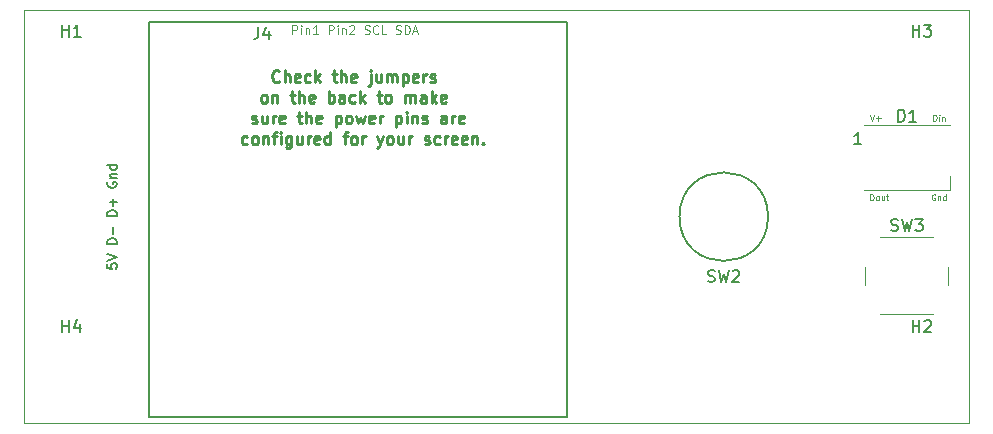
<source format=gbr>
G04 #@! TF.GenerationSoftware,KiCad,Pcbnew,(5.1.9)-1*
G04 #@! TF.CreationDate,2021-03-07T21:45:31-03:00*
G04 #@! TF.ProjectId,V0_Display,56305f44-6973-4706-9c61-792e6b696361,rev?*
G04 #@! TF.SameCoordinates,Original*
G04 #@! TF.FileFunction,Legend,Top*
G04 #@! TF.FilePolarity,Positive*
%FSLAX46Y46*%
G04 Gerber Fmt 4.6, Leading zero omitted, Abs format (unit mm)*
G04 Created by KiCad (PCBNEW (5.1.9)-1) date 2021-03-07 21:45:31*
%MOMM*%
%LPD*%
G01*
G04 APERTURE LIST*
%ADD10C,0.250000*%
%ADD11C,0.075000*%
%ADD12C,0.150000*%
%ADD13C,0.100000*%
G04 #@! TA.AperFunction,Profile*
%ADD14C,0.050000*%
G04 #@! TD*
%ADD15C,0.120000*%
G04 APERTURE END LIST*
D10*
X106803333Y-55662142D02*
X106755714Y-55709761D01*
X106612857Y-55757380D01*
X106517619Y-55757380D01*
X106374761Y-55709761D01*
X106279523Y-55614523D01*
X106231904Y-55519285D01*
X106184285Y-55328809D01*
X106184285Y-55185952D01*
X106231904Y-54995476D01*
X106279523Y-54900238D01*
X106374761Y-54805000D01*
X106517619Y-54757380D01*
X106612857Y-54757380D01*
X106755714Y-54805000D01*
X106803333Y-54852619D01*
X107231904Y-55757380D02*
X107231904Y-54757380D01*
X107660476Y-55757380D02*
X107660476Y-55233571D01*
X107612857Y-55138333D01*
X107517619Y-55090714D01*
X107374761Y-55090714D01*
X107279523Y-55138333D01*
X107231904Y-55185952D01*
X108517619Y-55709761D02*
X108422380Y-55757380D01*
X108231904Y-55757380D01*
X108136666Y-55709761D01*
X108089047Y-55614523D01*
X108089047Y-55233571D01*
X108136666Y-55138333D01*
X108231904Y-55090714D01*
X108422380Y-55090714D01*
X108517619Y-55138333D01*
X108565238Y-55233571D01*
X108565238Y-55328809D01*
X108089047Y-55424047D01*
X109422380Y-55709761D02*
X109327142Y-55757380D01*
X109136666Y-55757380D01*
X109041428Y-55709761D01*
X108993809Y-55662142D01*
X108946190Y-55566904D01*
X108946190Y-55281190D01*
X108993809Y-55185952D01*
X109041428Y-55138333D01*
X109136666Y-55090714D01*
X109327142Y-55090714D01*
X109422380Y-55138333D01*
X109850952Y-55757380D02*
X109850952Y-54757380D01*
X109946190Y-55376428D02*
X110231904Y-55757380D01*
X110231904Y-55090714D02*
X109850952Y-55471666D01*
X111279523Y-55090714D02*
X111660476Y-55090714D01*
X111422380Y-54757380D02*
X111422380Y-55614523D01*
X111470000Y-55709761D01*
X111565238Y-55757380D01*
X111660476Y-55757380D01*
X111993809Y-55757380D02*
X111993809Y-54757380D01*
X112422380Y-55757380D02*
X112422380Y-55233571D01*
X112374761Y-55138333D01*
X112279523Y-55090714D01*
X112136666Y-55090714D01*
X112041428Y-55138333D01*
X111993809Y-55185952D01*
X113279523Y-55709761D02*
X113184285Y-55757380D01*
X112993809Y-55757380D01*
X112898571Y-55709761D01*
X112850952Y-55614523D01*
X112850952Y-55233571D01*
X112898571Y-55138333D01*
X112993809Y-55090714D01*
X113184285Y-55090714D01*
X113279523Y-55138333D01*
X113327142Y-55233571D01*
X113327142Y-55328809D01*
X112850952Y-55424047D01*
X114517619Y-55090714D02*
X114517619Y-55947857D01*
X114470000Y-56043095D01*
X114374761Y-56090714D01*
X114327142Y-56090714D01*
X114517619Y-54757380D02*
X114470000Y-54805000D01*
X114517619Y-54852619D01*
X114565238Y-54805000D01*
X114517619Y-54757380D01*
X114517619Y-54852619D01*
X115422380Y-55090714D02*
X115422380Y-55757380D01*
X114993809Y-55090714D02*
X114993809Y-55614523D01*
X115041428Y-55709761D01*
X115136666Y-55757380D01*
X115279523Y-55757380D01*
X115374761Y-55709761D01*
X115422380Y-55662142D01*
X115898571Y-55757380D02*
X115898571Y-55090714D01*
X115898571Y-55185952D02*
X115946190Y-55138333D01*
X116041428Y-55090714D01*
X116184285Y-55090714D01*
X116279523Y-55138333D01*
X116327142Y-55233571D01*
X116327142Y-55757380D01*
X116327142Y-55233571D02*
X116374761Y-55138333D01*
X116470000Y-55090714D01*
X116612857Y-55090714D01*
X116708095Y-55138333D01*
X116755714Y-55233571D01*
X116755714Y-55757380D01*
X117231904Y-55090714D02*
X117231904Y-56090714D01*
X117231904Y-55138333D02*
X117327142Y-55090714D01*
X117517619Y-55090714D01*
X117612857Y-55138333D01*
X117660476Y-55185952D01*
X117708095Y-55281190D01*
X117708095Y-55566904D01*
X117660476Y-55662142D01*
X117612857Y-55709761D01*
X117517619Y-55757380D01*
X117327142Y-55757380D01*
X117231904Y-55709761D01*
X118517619Y-55709761D02*
X118422380Y-55757380D01*
X118231904Y-55757380D01*
X118136666Y-55709761D01*
X118089047Y-55614523D01*
X118089047Y-55233571D01*
X118136666Y-55138333D01*
X118231904Y-55090714D01*
X118422380Y-55090714D01*
X118517619Y-55138333D01*
X118565238Y-55233571D01*
X118565238Y-55328809D01*
X118089047Y-55424047D01*
X118993809Y-55757380D02*
X118993809Y-55090714D01*
X118993809Y-55281190D02*
X119041428Y-55185952D01*
X119089047Y-55138333D01*
X119184285Y-55090714D01*
X119279523Y-55090714D01*
X119565238Y-55709761D02*
X119660476Y-55757380D01*
X119850952Y-55757380D01*
X119946190Y-55709761D01*
X119993809Y-55614523D01*
X119993809Y-55566904D01*
X119946190Y-55471666D01*
X119850952Y-55424047D01*
X119708095Y-55424047D01*
X119612857Y-55376428D01*
X119565238Y-55281190D01*
X119565238Y-55233571D01*
X119612857Y-55138333D01*
X119708095Y-55090714D01*
X119850952Y-55090714D01*
X119946190Y-55138333D01*
X105446190Y-57507380D02*
X105350952Y-57459761D01*
X105303333Y-57412142D01*
X105255714Y-57316904D01*
X105255714Y-57031190D01*
X105303333Y-56935952D01*
X105350952Y-56888333D01*
X105446190Y-56840714D01*
X105589047Y-56840714D01*
X105684285Y-56888333D01*
X105731904Y-56935952D01*
X105779523Y-57031190D01*
X105779523Y-57316904D01*
X105731904Y-57412142D01*
X105684285Y-57459761D01*
X105589047Y-57507380D01*
X105446190Y-57507380D01*
X106208095Y-56840714D02*
X106208095Y-57507380D01*
X106208095Y-56935952D02*
X106255714Y-56888333D01*
X106350952Y-56840714D01*
X106493809Y-56840714D01*
X106589047Y-56888333D01*
X106636666Y-56983571D01*
X106636666Y-57507380D01*
X107731904Y-56840714D02*
X108112857Y-56840714D01*
X107874761Y-56507380D02*
X107874761Y-57364523D01*
X107922380Y-57459761D01*
X108017619Y-57507380D01*
X108112857Y-57507380D01*
X108446190Y-57507380D02*
X108446190Y-56507380D01*
X108874761Y-57507380D02*
X108874761Y-56983571D01*
X108827142Y-56888333D01*
X108731904Y-56840714D01*
X108589047Y-56840714D01*
X108493809Y-56888333D01*
X108446190Y-56935952D01*
X109731904Y-57459761D02*
X109636666Y-57507380D01*
X109446190Y-57507380D01*
X109350952Y-57459761D01*
X109303333Y-57364523D01*
X109303333Y-56983571D01*
X109350952Y-56888333D01*
X109446190Y-56840714D01*
X109636666Y-56840714D01*
X109731904Y-56888333D01*
X109779523Y-56983571D01*
X109779523Y-57078809D01*
X109303333Y-57174047D01*
X110970000Y-57507380D02*
X110970000Y-56507380D01*
X110970000Y-56888333D02*
X111065238Y-56840714D01*
X111255714Y-56840714D01*
X111350952Y-56888333D01*
X111398571Y-56935952D01*
X111446190Y-57031190D01*
X111446190Y-57316904D01*
X111398571Y-57412142D01*
X111350952Y-57459761D01*
X111255714Y-57507380D01*
X111065238Y-57507380D01*
X110970000Y-57459761D01*
X112303333Y-57507380D02*
X112303333Y-56983571D01*
X112255714Y-56888333D01*
X112160476Y-56840714D01*
X111970000Y-56840714D01*
X111874761Y-56888333D01*
X112303333Y-57459761D02*
X112208095Y-57507380D01*
X111970000Y-57507380D01*
X111874761Y-57459761D01*
X111827142Y-57364523D01*
X111827142Y-57269285D01*
X111874761Y-57174047D01*
X111970000Y-57126428D01*
X112208095Y-57126428D01*
X112303333Y-57078809D01*
X113208095Y-57459761D02*
X113112857Y-57507380D01*
X112922380Y-57507380D01*
X112827142Y-57459761D01*
X112779523Y-57412142D01*
X112731904Y-57316904D01*
X112731904Y-57031190D01*
X112779523Y-56935952D01*
X112827142Y-56888333D01*
X112922380Y-56840714D01*
X113112857Y-56840714D01*
X113208095Y-56888333D01*
X113636666Y-57507380D02*
X113636666Y-56507380D01*
X113731904Y-57126428D02*
X114017619Y-57507380D01*
X114017619Y-56840714D02*
X113636666Y-57221666D01*
X115065238Y-56840714D02*
X115446190Y-56840714D01*
X115208095Y-56507380D02*
X115208095Y-57364523D01*
X115255714Y-57459761D01*
X115350952Y-57507380D01*
X115446190Y-57507380D01*
X115922380Y-57507380D02*
X115827142Y-57459761D01*
X115779523Y-57412142D01*
X115731904Y-57316904D01*
X115731904Y-57031190D01*
X115779523Y-56935952D01*
X115827142Y-56888333D01*
X115922380Y-56840714D01*
X116065238Y-56840714D01*
X116160476Y-56888333D01*
X116208095Y-56935952D01*
X116255714Y-57031190D01*
X116255714Y-57316904D01*
X116208095Y-57412142D01*
X116160476Y-57459761D01*
X116065238Y-57507380D01*
X115922380Y-57507380D01*
X117446190Y-57507380D02*
X117446190Y-56840714D01*
X117446190Y-56935952D02*
X117493809Y-56888333D01*
X117589047Y-56840714D01*
X117731904Y-56840714D01*
X117827142Y-56888333D01*
X117874761Y-56983571D01*
X117874761Y-57507380D01*
X117874761Y-56983571D02*
X117922380Y-56888333D01*
X118017619Y-56840714D01*
X118160476Y-56840714D01*
X118255714Y-56888333D01*
X118303333Y-56983571D01*
X118303333Y-57507380D01*
X119208095Y-57507380D02*
X119208095Y-56983571D01*
X119160476Y-56888333D01*
X119065238Y-56840714D01*
X118874761Y-56840714D01*
X118779523Y-56888333D01*
X119208095Y-57459761D02*
X119112857Y-57507380D01*
X118874761Y-57507380D01*
X118779523Y-57459761D01*
X118731904Y-57364523D01*
X118731904Y-57269285D01*
X118779523Y-57174047D01*
X118874761Y-57126428D01*
X119112857Y-57126428D01*
X119208095Y-57078809D01*
X119684285Y-57507380D02*
X119684285Y-56507380D01*
X119779523Y-57126428D02*
X120065238Y-57507380D01*
X120065238Y-56840714D02*
X119684285Y-57221666D01*
X120874761Y-57459761D02*
X120779523Y-57507380D01*
X120589047Y-57507380D01*
X120493809Y-57459761D01*
X120446190Y-57364523D01*
X120446190Y-56983571D01*
X120493809Y-56888333D01*
X120589047Y-56840714D01*
X120779523Y-56840714D01*
X120874761Y-56888333D01*
X120922380Y-56983571D01*
X120922380Y-57078809D01*
X120446190Y-57174047D01*
X104470000Y-59209761D02*
X104565238Y-59257380D01*
X104755714Y-59257380D01*
X104850952Y-59209761D01*
X104898571Y-59114523D01*
X104898571Y-59066904D01*
X104850952Y-58971666D01*
X104755714Y-58924047D01*
X104612857Y-58924047D01*
X104517619Y-58876428D01*
X104470000Y-58781190D01*
X104470000Y-58733571D01*
X104517619Y-58638333D01*
X104612857Y-58590714D01*
X104755714Y-58590714D01*
X104850952Y-58638333D01*
X105755714Y-58590714D02*
X105755714Y-59257380D01*
X105327142Y-58590714D02*
X105327142Y-59114523D01*
X105374761Y-59209761D01*
X105470000Y-59257380D01*
X105612857Y-59257380D01*
X105708095Y-59209761D01*
X105755714Y-59162142D01*
X106231904Y-59257380D02*
X106231904Y-58590714D01*
X106231904Y-58781190D02*
X106279523Y-58685952D01*
X106327142Y-58638333D01*
X106422380Y-58590714D01*
X106517619Y-58590714D01*
X107231904Y-59209761D02*
X107136666Y-59257380D01*
X106946190Y-59257380D01*
X106850952Y-59209761D01*
X106803333Y-59114523D01*
X106803333Y-58733571D01*
X106850952Y-58638333D01*
X106946190Y-58590714D01*
X107136666Y-58590714D01*
X107231904Y-58638333D01*
X107279523Y-58733571D01*
X107279523Y-58828809D01*
X106803333Y-58924047D01*
X108327142Y-58590714D02*
X108708095Y-58590714D01*
X108470000Y-58257380D02*
X108470000Y-59114523D01*
X108517619Y-59209761D01*
X108612857Y-59257380D01*
X108708095Y-59257380D01*
X109041428Y-59257380D02*
X109041428Y-58257380D01*
X109470000Y-59257380D02*
X109470000Y-58733571D01*
X109422380Y-58638333D01*
X109327142Y-58590714D01*
X109184285Y-58590714D01*
X109089047Y-58638333D01*
X109041428Y-58685952D01*
X110327142Y-59209761D02*
X110231904Y-59257380D01*
X110041428Y-59257380D01*
X109946190Y-59209761D01*
X109898571Y-59114523D01*
X109898571Y-58733571D01*
X109946190Y-58638333D01*
X110041428Y-58590714D01*
X110231904Y-58590714D01*
X110327142Y-58638333D01*
X110374761Y-58733571D01*
X110374761Y-58828809D01*
X109898571Y-58924047D01*
X111565238Y-58590714D02*
X111565238Y-59590714D01*
X111565238Y-58638333D02*
X111660476Y-58590714D01*
X111850952Y-58590714D01*
X111946190Y-58638333D01*
X111993809Y-58685952D01*
X112041428Y-58781190D01*
X112041428Y-59066904D01*
X111993809Y-59162142D01*
X111946190Y-59209761D01*
X111850952Y-59257380D01*
X111660476Y-59257380D01*
X111565238Y-59209761D01*
X112612857Y-59257380D02*
X112517619Y-59209761D01*
X112470000Y-59162142D01*
X112422380Y-59066904D01*
X112422380Y-58781190D01*
X112470000Y-58685952D01*
X112517619Y-58638333D01*
X112612857Y-58590714D01*
X112755714Y-58590714D01*
X112850952Y-58638333D01*
X112898571Y-58685952D01*
X112946190Y-58781190D01*
X112946190Y-59066904D01*
X112898571Y-59162142D01*
X112850952Y-59209761D01*
X112755714Y-59257380D01*
X112612857Y-59257380D01*
X113279523Y-58590714D02*
X113470000Y-59257380D01*
X113660476Y-58781190D01*
X113850952Y-59257380D01*
X114041428Y-58590714D01*
X114803333Y-59209761D02*
X114708095Y-59257380D01*
X114517619Y-59257380D01*
X114422380Y-59209761D01*
X114374761Y-59114523D01*
X114374761Y-58733571D01*
X114422380Y-58638333D01*
X114517619Y-58590714D01*
X114708095Y-58590714D01*
X114803333Y-58638333D01*
X114850952Y-58733571D01*
X114850952Y-58828809D01*
X114374761Y-58924047D01*
X115279523Y-59257380D02*
X115279523Y-58590714D01*
X115279523Y-58781190D02*
X115327142Y-58685952D01*
X115374761Y-58638333D01*
X115470000Y-58590714D01*
X115565238Y-58590714D01*
X116660476Y-58590714D02*
X116660476Y-59590714D01*
X116660476Y-58638333D02*
X116755714Y-58590714D01*
X116946190Y-58590714D01*
X117041428Y-58638333D01*
X117089047Y-58685952D01*
X117136666Y-58781190D01*
X117136666Y-59066904D01*
X117089047Y-59162142D01*
X117041428Y-59209761D01*
X116946190Y-59257380D01*
X116755714Y-59257380D01*
X116660476Y-59209761D01*
X117565238Y-59257380D02*
X117565238Y-58590714D01*
X117565238Y-58257380D02*
X117517619Y-58305000D01*
X117565238Y-58352619D01*
X117612857Y-58305000D01*
X117565238Y-58257380D01*
X117565238Y-58352619D01*
X118041428Y-58590714D02*
X118041428Y-59257380D01*
X118041428Y-58685952D02*
X118089047Y-58638333D01*
X118184285Y-58590714D01*
X118327142Y-58590714D01*
X118422380Y-58638333D01*
X118470000Y-58733571D01*
X118470000Y-59257380D01*
X118898571Y-59209761D02*
X118993809Y-59257380D01*
X119184285Y-59257380D01*
X119279523Y-59209761D01*
X119327142Y-59114523D01*
X119327142Y-59066904D01*
X119279523Y-58971666D01*
X119184285Y-58924047D01*
X119041428Y-58924047D01*
X118946190Y-58876428D01*
X118898571Y-58781190D01*
X118898571Y-58733571D01*
X118946190Y-58638333D01*
X119041428Y-58590714D01*
X119184285Y-58590714D01*
X119279523Y-58638333D01*
X120946190Y-59257380D02*
X120946190Y-58733571D01*
X120898571Y-58638333D01*
X120803333Y-58590714D01*
X120612857Y-58590714D01*
X120517619Y-58638333D01*
X120946190Y-59209761D02*
X120850952Y-59257380D01*
X120612857Y-59257380D01*
X120517619Y-59209761D01*
X120470000Y-59114523D01*
X120470000Y-59019285D01*
X120517619Y-58924047D01*
X120612857Y-58876428D01*
X120850952Y-58876428D01*
X120946190Y-58828809D01*
X121422380Y-59257380D02*
X121422380Y-58590714D01*
X121422380Y-58781190D02*
X121470000Y-58685952D01*
X121517619Y-58638333D01*
X121612857Y-58590714D01*
X121708095Y-58590714D01*
X122422380Y-59209761D02*
X122327142Y-59257380D01*
X122136666Y-59257380D01*
X122041428Y-59209761D01*
X121993809Y-59114523D01*
X121993809Y-58733571D01*
X122041428Y-58638333D01*
X122136666Y-58590714D01*
X122327142Y-58590714D01*
X122422380Y-58638333D01*
X122470000Y-58733571D01*
X122470000Y-58828809D01*
X121993809Y-58924047D01*
X104089047Y-60959761D02*
X103993809Y-61007380D01*
X103803333Y-61007380D01*
X103708095Y-60959761D01*
X103660476Y-60912142D01*
X103612857Y-60816904D01*
X103612857Y-60531190D01*
X103660476Y-60435952D01*
X103708095Y-60388333D01*
X103803333Y-60340714D01*
X103993809Y-60340714D01*
X104089047Y-60388333D01*
X104660476Y-61007380D02*
X104565238Y-60959761D01*
X104517619Y-60912142D01*
X104470000Y-60816904D01*
X104470000Y-60531190D01*
X104517619Y-60435952D01*
X104565238Y-60388333D01*
X104660476Y-60340714D01*
X104803333Y-60340714D01*
X104898571Y-60388333D01*
X104946190Y-60435952D01*
X104993809Y-60531190D01*
X104993809Y-60816904D01*
X104946190Y-60912142D01*
X104898571Y-60959761D01*
X104803333Y-61007380D01*
X104660476Y-61007380D01*
X105422380Y-60340714D02*
X105422380Y-61007380D01*
X105422380Y-60435952D02*
X105470000Y-60388333D01*
X105565238Y-60340714D01*
X105708095Y-60340714D01*
X105803333Y-60388333D01*
X105850952Y-60483571D01*
X105850952Y-61007380D01*
X106184285Y-60340714D02*
X106565238Y-60340714D01*
X106327142Y-61007380D02*
X106327142Y-60150238D01*
X106374761Y-60055000D01*
X106470000Y-60007380D01*
X106565238Y-60007380D01*
X106898571Y-61007380D02*
X106898571Y-60340714D01*
X106898571Y-60007380D02*
X106850952Y-60055000D01*
X106898571Y-60102619D01*
X106946190Y-60055000D01*
X106898571Y-60007380D01*
X106898571Y-60102619D01*
X107803333Y-60340714D02*
X107803333Y-61150238D01*
X107755714Y-61245476D01*
X107708095Y-61293095D01*
X107612857Y-61340714D01*
X107470000Y-61340714D01*
X107374761Y-61293095D01*
X107803333Y-60959761D02*
X107708095Y-61007380D01*
X107517619Y-61007380D01*
X107422380Y-60959761D01*
X107374761Y-60912142D01*
X107327142Y-60816904D01*
X107327142Y-60531190D01*
X107374761Y-60435952D01*
X107422380Y-60388333D01*
X107517619Y-60340714D01*
X107708095Y-60340714D01*
X107803333Y-60388333D01*
X108708095Y-60340714D02*
X108708095Y-61007380D01*
X108279523Y-60340714D02*
X108279523Y-60864523D01*
X108327142Y-60959761D01*
X108422380Y-61007380D01*
X108565238Y-61007380D01*
X108660476Y-60959761D01*
X108708095Y-60912142D01*
X109184285Y-61007380D02*
X109184285Y-60340714D01*
X109184285Y-60531190D02*
X109231904Y-60435952D01*
X109279523Y-60388333D01*
X109374761Y-60340714D01*
X109470000Y-60340714D01*
X110184285Y-60959761D02*
X110089047Y-61007380D01*
X109898571Y-61007380D01*
X109803333Y-60959761D01*
X109755714Y-60864523D01*
X109755714Y-60483571D01*
X109803333Y-60388333D01*
X109898571Y-60340714D01*
X110089047Y-60340714D01*
X110184285Y-60388333D01*
X110231904Y-60483571D01*
X110231904Y-60578809D01*
X109755714Y-60674047D01*
X111089047Y-61007380D02*
X111089047Y-60007380D01*
X111089047Y-60959761D02*
X110993809Y-61007380D01*
X110803333Y-61007380D01*
X110708095Y-60959761D01*
X110660476Y-60912142D01*
X110612857Y-60816904D01*
X110612857Y-60531190D01*
X110660476Y-60435952D01*
X110708095Y-60388333D01*
X110803333Y-60340714D01*
X110993809Y-60340714D01*
X111089047Y-60388333D01*
X112184285Y-60340714D02*
X112565238Y-60340714D01*
X112327142Y-61007380D02*
X112327142Y-60150238D01*
X112374761Y-60055000D01*
X112470000Y-60007380D01*
X112565238Y-60007380D01*
X113041428Y-61007380D02*
X112946190Y-60959761D01*
X112898571Y-60912142D01*
X112850952Y-60816904D01*
X112850952Y-60531190D01*
X112898571Y-60435952D01*
X112946190Y-60388333D01*
X113041428Y-60340714D01*
X113184285Y-60340714D01*
X113279523Y-60388333D01*
X113327142Y-60435952D01*
X113374761Y-60531190D01*
X113374761Y-60816904D01*
X113327142Y-60912142D01*
X113279523Y-60959761D01*
X113184285Y-61007380D01*
X113041428Y-61007380D01*
X113803333Y-61007380D02*
X113803333Y-60340714D01*
X113803333Y-60531190D02*
X113850952Y-60435952D01*
X113898571Y-60388333D01*
X113993809Y-60340714D01*
X114089047Y-60340714D01*
X115089047Y-60340714D02*
X115327142Y-61007380D01*
X115565238Y-60340714D02*
X115327142Y-61007380D01*
X115231904Y-61245476D01*
X115184285Y-61293095D01*
X115089047Y-61340714D01*
X116089047Y-61007380D02*
X115993809Y-60959761D01*
X115946190Y-60912142D01*
X115898571Y-60816904D01*
X115898571Y-60531190D01*
X115946190Y-60435952D01*
X115993809Y-60388333D01*
X116089047Y-60340714D01*
X116231904Y-60340714D01*
X116327142Y-60388333D01*
X116374761Y-60435952D01*
X116422380Y-60531190D01*
X116422380Y-60816904D01*
X116374761Y-60912142D01*
X116327142Y-60959761D01*
X116231904Y-61007380D01*
X116089047Y-61007380D01*
X117279523Y-60340714D02*
X117279523Y-61007380D01*
X116850952Y-60340714D02*
X116850952Y-60864523D01*
X116898571Y-60959761D01*
X116993809Y-61007380D01*
X117136666Y-61007380D01*
X117231904Y-60959761D01*
X117279523Y-60912142D01*
X117755714Y-61007380D02*
X117755714Y-60340714D01*
X117755714Y-60531190D02*
X117803333Y-60435952D01*
X117850952Y-60388333D01*
X117946190Y-60340714D01*
X118041428Y-60340714D01*
X119089047Y-60959761D02*
X119184285Y-61007380D01*
X119374761Y-61007380D01*
X119470000Y-60959761D01*
X119517619Y-60864523D01*
X119517619Y-60816904D01*
X119470000Y-60721666D01*
X119374761Y-60674047D01*
X119231904Y-60674047D01*
X119136666Y-60626428D01*
X119089047Y-60531190D01*
X119089047Y-60483571D01*
X119136666Y-60388333D01*
X119231904Y-60340714D01*
X119374761Y-60340714D01*
X119470000Y-60388333D01*
X120374761Y-60959761D02*
X120279523Y-61007380D01*
X120089047Y-61007380D01*
X119993809Y-60959761D01*
X119946190Y-60912142D01*
X119898571Y-60816904D01*
X119898571Y-60531190D01*
X119946190Y-60435952D01*
X119993809Y-60388333D01*
X120089047Y-60340714D01*
X120279523Y-60340714D01*
X120374761Y-60388333D01*
X120803333Y-61007380D02*
X120803333Y-60340714D01*
X120803333Y-60531190D02*
X120850952Y-60435952D01*
X120898571Y-60388333D01*
X120993809Y-60340714D01*
X121089047Y-60340714D01*
X121803333Y-60959761D02*
X121708095Y-61007380D01*
X121517619Y-61007380D01*
X121422380Y-60959761D01*
X121374761Y-60864523D01*
X121374761Y-60483571D01*
X121422380Y-60388333D01*
X121517619Y-60340714D01*
X121708095Y-60340714D01*
X121803333Y-60388333D01*
X121850952Y-60483571D01*
X121850952Y-60578809D01*
X121374761Y-60674047D01*
X122660476Y-60959761D02*
X122565238Y-61007380D01*
X122374761Y-61007380D01*
X122279523Y-60959761D01*
X122231904Y-60864523D01*
X122231904Y-60483571D01*
X122279523Y-60388333D01*
X122374761Y-60340714D01*
X122565238Y-60340714D01*
X122660476Y-60388333D01*
X122708095Y-60483571D01*
X122708095Y-60578809D01*
X122231904Y-60674047D01*
X123136666Y-60340714D02*
X123136666Y-61007380D01*
X123136666Y-60435952D02*
X123184285Y-60388333D01*
X123279523Y-60340714D01*
X123422380Y-60340714D01*
X123517619Y-60388333D01*
X123565238Y-60483571D01*
X123565238Y-61007380D01*
X124041428Y-60912142D02*
X124089047Y-60959761D01*
X124041428Y-61007380D01*
X123993809Y-60959761D01*
X124041428Y-60912142D01*
X124041428Y-61007380D01*
D11*
X156829809Y-58520190D02*
X156996476Y-59020190D01*
X157163142Y-58520190D01*
X157329809Y-58829714D02*
X157710761Y-58829714D01*
X157520285Y-59020190D02*
X157520285Y-58639238D01*
X162318571Y-65275000D02*
X162270952Y-65251190D01*
X162199523Y-65251190D01*
X162128095Y-65275000D01*
X162080476Y-65322619D01*
X162056666Y-65370238D01*
X162032857Y-65465476D01*
X162032857Y-65536904D01*
X162056666Y-65632142D01*
X162080476Y-65679761D01*
X162128095Y-65727380D01*
X162199523Y-65751190D01*
X162247142Y-65751190D01*
X162318571Y-65727380D01*
X162342380Y-65703571D01*
X162342380Y-65536904D01*
X162247142Y-65536904D01*
X162556666Y-65417857D02*
X162556666Y-65751190D01*
X162556666Y-65465476D02*
X162580476Y-65441666D01*
X162628095Y-65417857D01*
X162699523Y-65417857D01*
X162747142Y-65441666D01*
X162770952Y-65489285D01*
X162770952Y-65751190D01*
X163223333Y-65751190D02*
X163223333Y-65251190D01*
X163223333Y-65727380D02*
X163175714Y-65751190D01*
X163080476Y-65751190D01*
X163032857Y-65727380D01*
X163009047Y-65703571D01*
X162985238Y-65655952D01*
X162985238Y-65513095D01*
X163009047Y-65465476D01*
X163032857Y-65441666D01*
X163080476Y-65417857D01*
X163175714Y-65417857D01*
X163223333Y-65441666D01*
X156833809Y-65751190D02*
X156833809Y-65251190D01*
X156952857Y-65251190D01*
X157024285Y-65275000D01*
X157071904Y-65322619D01*
X157095714Y-65370238D01*
X157119523Y-65465476D01*
X157119523Y-65536904D01*
X157095714Y-65632142D01*
X157071904Y-65679761D01*
X157024285Y-65727380D01*
X156952857Y-65751190D01*
X156833809Y-65751190D01*
X157405238Y-65751190D02*
X157357619Y-65727380D01*
X157333809Y-65703571D01*
X157310000Y-65655952D01*
X157310000Y-65513095D01*
X157333809Y-65465476D01*
X157357619Y-65441666D01*
X157405238Y-65417857D01*
X157476666Y-65417857D01*
X157524285Y-65441666D01*
X157548095Y-65465476D01*
X157571904Y-65513095D01*
X157571904Y-65655952D01*
X157548095Y-65703571D01*
X157524285Y-65727380D01*
X157476666Y-65751190D01*
X157405238Y-65751190D01*
X158000476Y-65417857D02*
X158000476Y-65751190D01*
X157786190Y-65417857D02*
X157786190Y-65679761D01*
X157810000Y-65727380D01*
X157857619Y-65751190D01*
X157929047Y-65751190D01*
X157976666Y-65727380D01*
X158000476Y-65703571D01*
X158167142Y-65417857D02*
X158357619Y-65417857D01*
X158238571Y-65251190D02*
X158238571Y-65679761D01*
X158262380Y-65727380D01*
X158310000Y-65751190D01*
X158357619Y-65751190D01*
X162163809Y-59020190D02*
X162163809Y-58520190D01*
X162282857Y-58520190D01*
X162354285Y-58544000D01*
X162401904Y-58591619D01*
X162425714Y-58639238D01*
X162449523Y-58734476D01*
X162449523Y-58805904D01*
X162425714Y-58901142D01*
X162401904Y-58948761D01*
X162354285Y-58996380D01*
X162282857Y-59020190D01*
X162163809Y-59020190D01*
X162663809Y-59020190D02*
X162663809Y-58686857D01*
X162663809Y-58520190D02*
X162640000Y-58544000D01*
X162663809Y-58567809D01*
X162687619Y-58544000D01*
X162663809Y-58520190D01*
X162663809Y-58567809D01*
X162901904Y-58686857D02*
X162901904Y-59020190D01*
X162901904Y-58734476D02*
X162925714Y-58710666D01*
X162973333Y-58686857D01*
X163044761Y-58686857D01*
X163092380Y-58710666D01*
X163116190Y-58758285D01*
X163116190Y-59020190D01*
D12*
X92231904Y-71130952D02*
X92231904Y-71511904D01*
X92612857Y-71550000D01*
X92574761Y-71511904D01*
X92536666Y-71435714D01*
X92536666Y-71245238D01*
X92574761Y-71169047D01*
X92612857Y-71130952D01*
X92689047Y-71092857D01*
X92879523Y-71092857D01*
X92955714Y-71130952D01*
X92993809Y-71169047D01*
X93031904Y-71245238D01*
X93031904Y-71435714D01*
X92993809Y-71511904D01*
X92955714Y-71550000D01*
X92231904Y-70864285D02*
X93031904Y-70597619D01*
X92231904Y-70330952D01*
X93031904Y-69454761D02*
X92231904Y-69454761D01*
X92231904Y-69264285D01*
X92270000Y-69150000D01*
X92346190Y-69073809D01*
X92422380Y-69035714D01*
X92574761Y-68997619D01*
X92689047Y-68997619D01*
X92841428Y-69035714D01*
X92917619Y-69073809D01*
X92993809Y-69150000D01*
X93031904Y-69264285D01*
X93031904Y-69454761D01*
X92727142Y-68654761D02*
X92727142Y-68045238D01*
X93031904Y-67054761D02*
X92231904Y-67054761D01*
X92231904Y-66864285D01*
X92270000Y-66750000D01*
X92346190Y-66673809D01*
X92422380Y-66635714D01*
X92574761Y-66597619D01*
X92689047Y-66597619D01*
X92841428Y-66635714D01*
X92917619Y-66673809D01*
X92993809Y-66750000D01*
X93031904Y-66864285D01*
X93031904Y-67054761D01*
X92727142Y-66254761D02*
X92727142Y-65645238D01*
X93031904Y-65950000D02*
X92422380Y-65950000D01*
X92270000Y-64235714D02*
X92231904Y-64311904D01*
X92231904Y-64426190D01*
X92270000Y-64540476D01*
X92346190Y-64616666D01*
X92422380Y-64654761D01*
X92574761Y-64692857D01*
X92689047Y-64692857D01*
X92841428Y-64654761D01*
X92917619Y-64616666D01*
X92993809Y-64540476D01*
X93031904Y-64426190D01*
X93031904Y-64350000D01*
X92993809Y-64235714D01*
X92955714Y-64197619D01*
X92689047Y-64197619D01*
X92689047Y-64350000D01*
X92498571Y-63854761D02*
X93031904Y-63854761D01*
X92574761Y-63854761D02*
X92536666Y-63816666D01*
X92498571Y-63740476D01*
X92498571Y-63626190D01*
X92536666Y-63550000D01*
X92612857Y-63511904D01*
X93031904Y-63511904D01*
X93031904Y-62788095D02*
X92231904Y-62788095D01*
X92993809Y-62788095D02*
X93031904Y-62864285D01*
X93031904Y-63016666D01*
X92993809Y-63092857D01*
X92955714Y-63130952D01*
X92879523Y-63169047D01*
X92650952Y-63169047D01*
X92574761Y-63130952D01*
X92536666Y-63092857D01*
X92498571Y-63016666D01*
X92498571Y-62864285D01*
X92536666Y-62788095D01*
D13*
X107902142Y-51687285D02*
X107902142Y-50937285D01*
X108187857Y-50937285D01*
X108259285Y-50973000D01*
X108295000Y-51008714D01*
X108330714Y-51080142D01*
X108330714Y-51187285D01*
X108295000Y-51258714D01*
X108259285Y-51294428D01*
X108187857Y-51330142D01*
X107902142Y-51330142D01*
X108652142Y-51687285D02*
X108652142Y-51187285D01*
X108652142Y-50937285D02*
X108616428Y-50973000D01*
X108652142Y-51008714D01*
X108687857Y-50973000D01*
X108652142Y-50937285D01*
X108652142Y-51008714D01*
X109009285Y-51187285D02*
X109009285Y-51687285D01*
X109009285Y-51258714D02*
X109045000Y-51223000D01*
X109116428Y-51187285D01*
X109223571Y-51187285D01*
X109295000Y-51223000D01*
X109330714Y-51294428D01*
X109330714Y-51687285D01*
X110080714Y-51687285D02*
X109652142Y-51687285D01*
X109866428Y-51687285D02*
X109866428Y-50937285D01*
X109795000Y-51044428D01*
X109723571Y-51115857D01*
X109652142Y-51151571D01*
X110973571Y-51687285D02*
X110973571Y-50937285D01*
X111259285Y-50937285D01*
X111330714Y-50973000D01*
X111366428Y-51008714D01*
X111402142Y-51080142D01*
X111402142Y-51187285D01*
X111366428Y-51258714D01*
X111330714Y-51294428D01*
X111259285Y-51330142D01*
X110973571Y-51330142D01*
X111723571Y-51687285D02*
X111723571Y-51187285D01*
X111723571Y-50937285D02*
X111687857Y-50973000D01*
X111723571Y-51008714D01*
X111759285Y-50973000D01*
X111723571Y-50937285D01*
X111723571Y-51008714D01*
X112080714Y-51187285D02*
X112080714Y-51687285D01*
X112080714Y-51258714D02*
X112116428Y-51223000D01*
X112187857Y-51187285D01*
X112295000Y-51187285D01*
X112366428Y-51223000D01*
X112402142Y-51294428D01*
X112402142Y-51687285D01*
X112723571Y-51008714D02*
X112759285Y-50973000D01*
X112830714Y-50937285D01*
X113009285Y-50937285D01*
X113080714Y-50973000D01*
X113116428Y-51008714D01*
X113152142Y-51080142D01*
X113152142Y-51151571D01*
X113116428Y-51258714D01*
X112687857Y-51687285D01*
X113152142Y-51687285D01*
X114009285Y-51651571D02*
X114116428Y-51687285D01*
X114295000Y-51687285D01*
X114366428Y-51651571D01*
X114402142Y-51615857D01*
X114437857Y-51544428D01*
X114437857Y-51473000D01*
X114402142Y-51401571D01*
X114366428Y-51365857D01*
X114295000Y-51330142D01*
X114152142Y-51294428D01*
X114080714Y-51258714D01*
X114045000Y-51223000D01*
X114009285Y-51151571D01*
X114009285Y-51080142D01*
X114045000Y-51008714D01*
X114080714Y-50973000D01*
X114152142Y-50937285D01*
X114330714Y-50937285D01*
X114437857Y-50973000D01*
X115187857Y-51615857D02*
X115152142Y-51651571D01*
X115045000Y-51687285D01*
X114973571Y-51687285D01*
X114866428Y-51651571D01*
X114795000Y-51580142D01*
X114759285Y-51508714D01*
X114723571Y-51365857D01*
X114723571Y-51258714D01*
X114759285Y-51115857D01*
X114795000Y-51044428D01*
X114866428Y-50973000D01*
X114973571Y-50937285D01*
X115045000Y-50937285D01*
X115152142Y-50973000D01*
X115187857Y-51008714D01*
X115866428Y-51687285D02*
X115509285Y-51687285D01*
X115509285Y-50937285D01*
X116652142Y-51651571D02*
X116759285Y-51687285D01*
X116937857Y-51687285D01*
X117009285Y-51651571D01*
X117045000Y-51615857D01*
X117080714Y-51544428D01*
X117080714Y-51473000D01*
X117045000Y-51401571D01*
X117009285Y-51365857D01*
X116937857Y-51330142D01*
X116795000Y-51294428D01*
X116723571Y-51258714D01*
X116687857Y-51223000D01*
X116652142Y-51151571D01*
X116652142Y-51080142D01*
X116687857Y-51008714D01*
X116723571Y-50973000D01*
X116795000Y-50937285D01*
X116973571Y-50937285D01*
X117080714Y-50973000D01*
X117402142Y-51687285D02*
X117402142Y-50937285D01*
X117580714Y-50937285D01*
X117687857Y-50973000D01*
X117759285Y-51044428D01*
X117795000Y-51115857D01*
X117830714Y-51258714D01*
X117830714Y-51365857D01*
X117795000Y-51508714D01*
X117759285Y-51580142D01*
X117687857Y-51651571D01*
X117580714Y-51687285D01*
X117402142Y-51687285D01*
X118116428Y-51473000D02*
X118473571Y-51473000D01*
X118045000Y-51687285D02*
X118295000Y-50937285D01*
X118545000Y-51687285D01*
D14*
X85170000Y-84650000D02*
X85170000Y-49650000D01*
X165170000Y-84650000D02*
X85170000Y-84650000D01*
X165170000Y-49650000D02*
X165170000Y-84650000D01*
X85170000Y-49650000D02*
X165170000Y-49650000D01*
D12*
X95770000Y-84150000D02*
X131170000Y-84150000D01*
X95770000Y-50650000D02*
X131170000Y-50650000D01*
X95770000Y-50650000D02*
X95770000Y-84150000D01*
X131170000Y-50650000D02*
X131170000Y-84150000D01*
D15*
X163570000Y-64900000D02*
X163570000Y-63750000D01*
X156270000Y-64900000D02*
X163570000Y-64900000D01*
X156270000Y-59400000D02*
X163570000Y-59400000D01*
D12*
X148170000Y-67150000D02*
G75*
G03*
X148170000Y-67150000I-3750000J0D01*
G01*
D15*
X163420000Y-72900000D02*
X163420000Y-71400000D01*
X162170000Y-68900000D02*
X157670000Y-68900000D01*
X156420000Y-71400000D02*
X156420000Y-72900000D01*
X157670000Y-75400000D02*
X162170000Y-75400000D01*
D12*
X105004666Y-51108380D02*
X105004666Y-51822666D01*
X104957047Y-51965523D01*
X104861809Y-52060761D01*
X104718952Y-52108380D01*
X104623714Y-52108380D01*
X105909428Y-51441714D02*
X105909428Y-52108380D01*
X105671333Y-51060761D02*
X105433238Y-51775047D01*
X106052285Y-51775047D01*
X159181904Y-59102380D02*
X159181904Y-58102380D01*
X159420000Y-58102380D01*
X159562857Y-58150000D01*
X159658095Y-58245238D01*
X159705714Y-58340476D01*
X159753333Y-58530952D01*
X159753333Y-58673809D01*
X159705714Y-58864285D01*
X159658095Y-58959523D01*
X159562857Y-59054761D01*
X159420000Y-59102380D01*
X159181904Y-59102380D01*
X160705714Y-59102380D02*
X160134285Y-59102380D01*
X160420000Y-59102380D02*
X160420000Y-58102380D01*
X160324761Y-58245238D01*
X160229523Y-58340476D01*
X160134285Y-58388095D01*
X156055714Y-61002380D02*
X155484285Y-61002380D01*
X155770000Y-61002380D02*
X155770000Y-60002380D01*
X155674761Y-60145238D01*
X155579523Y-60240476D01*
X155484285Y-60288095D01*
X143086666Y-72634761D02*
X143229523Y-72682380D01*
X143467619Y-72682380D01*
X143562857Y-72634761D01*
X143610476Y-72587142D01*
X143658095Y-72491904D01*
X143658095Y-72396666D01*
X143610476Y-72301428D01*
X143562857Y-72253809D01*
X143467619Y-72206190D01*
X143277142Y-72158571D01*
X143181904Y-72110952D01*
X143134285Y-72063333D01*
X143086666Y-71968095D01*
X143086666Y-71872857D01*
X143134285Y-71777619D01*
X143181904Y-71730000D01*
X143277142Y-71682380D01*
X143515238Y-71682380D01*
X143658095Y-71730000D01*
X143991428Y-71682380D02*
X144229523Y-72682380D01*
X144420000Y-71968095D01*
X144610476Y-72682380D01*
X144848571Y-71682380D01*
X145181904Y-71777619D02*
X145229523Y-71730000D01*
X145324761Y-71682380D01*
X145562857Y-71682380D01*
X145658095Y-71730000D01*
X145705714Y-71777619D01*
X145753333Y-71872857D01*
X145753333Y-71968095D01*
X145705714Y-72110952D01*
X145134285Y-72682380D01*
X145753333Y-72682380D01*
X158586666Y-68304761D02*
X158729523Y-68352380D01*
X158967619Y-68352380D01*
X159062857Y-68304761D01*
X159110476Y-68257142D01*
X159158095Y-68161904D01*
X159158095Y-68066666D01*
X159110476Y-67971428D01*
X159062857Y-67923809D01*
X158967619Y-67876190D01*
X158777142Y-67828571D01*
X158681904Y-67780952D01*
X158634285Y-67733333D01*
X158586666Y-67638095D01*
X158586666Y-67542857D01*
X158634285Y-67447619D01*
X158681904Y-67400000D01*
X158777142Y-67352380D01*
X159015238Y-67352380D01*
X159158095Y-67400000D01*
X159491428Y-67352380D02*
X159729523Y-68352380D01*
X159920000Y-67638095D01*
X160110476Y-68352380D01*
X160348571Y-67352380D01*
X160634285Y-67352380D02*
X161253333Y-67352380D01*
X160920000Y-67733333D01*
X161062857Y-67733333D01*
X161158095Y-67780952D01*
X161205714Y-67828571D01*
X161253333Y-67923809D01*
X161253333Y-68161904D01*
X161205714Y-68257142D01*
X161158095Y-68304761D01*
X161062857Y-68352380D01*
X160777142Y-68352380D01*
X160681904Y-68304761D01*
X160634285Y-68257142D01*
X88408095Y-76902380D02*
X88408095Y-75902380D01*
X88408095Y-76378571D02*
X88979523Y-76378571D01*
X88979523Y-76902380D02*
X88979523Y-75902380D01*
X89884285Y-76235714D02*
X89884285Y-76902380D01*
X89646190Y-75854761D02*
X89408095Y-76569047D01*
X90027142Y-76569047D01*
X160408095Y-51902380D02*
X160408095Y-50902380D01*
X160408095Y-51378571D02*
X160979523Y-51378571D01*
X160979523Y-51902380D02*
X160979523Y-50902380D01*
X161360476Y-50902380D02*
X161979523Y-50902380D01*
X161646190Y-51283333D01*
X161789047Y-51283333D01*
X161884285Y-51330952D01*
X161931904Y-51378571D01*
X161979523Y-51473809D01*
X161979523Y-51711904D01*
X161931904Y-51807142D01*
X161884285Y-51854761D01*
X161789047Y-51902380D01*
X161503333Y-51902380D01*
X161408095Y-51854761D01*
X161360476Y-51807142D01*
X160408095Y-76902380D02*
X160408095Y-75902380D01*
X160408095Y-76378571D02*
X160979523Y-76378571D01*
X160979523Y-76902380D02*
X160979523Y-75902380D01*
X161408095Y-75997619D02*
X161455714Y-75950000D01*
X161550952Y-75902380D01*
X161789047Y-75902380D01*
X161884285Y-75950000D01*
X161931904Y-75997619D01*
X161979523Y-76092857D01*
X161979523Y-76188095D01*
X161931904Y-76330952D01*
X161360476Y-76902380D01*
X161979523Y-76902380D01*
X88408095Y-51902380D02*
X88408095Y-50902380D01*
X88408095Y-51378571D02*
X88979523Y-51378571D01*
X88979523Y-51902380D02*
X88979523Y-50902380D01*
X89979523Y-51902380D02*
X89408095Y-51902380D01*
X89693809Y-51902380D02*
X89693809Y-50902380D01*
X89598571Y-51045238D01*
X89503333Y-51140476D01*
X89408095Y-51188095D01*
M02*

</source>
